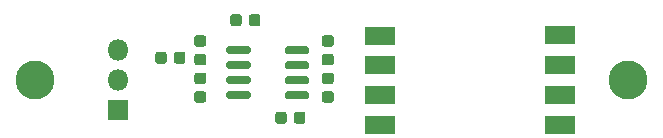
<source format=gbr>
%TF.GenerationSoftware,KiCad,Pcbnew,(5.1.6)-1*%
%TF.CreationDate,2020-09-14T19:28:27+02:00*%
%TF.ProjectId,vacuumSensor,76616375-756d-4536-956e-736f722e6b69,rev?*%
%TF.SameCoordinates,Original*%
%TF.FileFunction,Soldermask,Top*%
%TF.FilePolarity,Negative*%
%FSLAX46Y46*%
G04 Gerber Fmt 4.6, Leading zero omitted, Abs format (unit mm)*
G04 Created by KiCad (PCBNEW (5.1.6)-1) date 2020-09-14 19:28:27*
%MOMM*%
%LPD*%
G01*
G04 APERTURE LIST*
%ADD10C,3.300000*%
%ADD11O,1.800000X1.800000*%
%ADD12R,1.800000X1.800000*%
%ADD13R,2.600000X1.600000*%
G04 APERTURE END LIST*
D10*
%TO.C,H2*%
X152400000Y-96520000D03*
%TD*%
%TO.C,H1*%
X102235000Y-96520000D03*
%TD*%
D11*
%TO.C,J1*%
X109220000Y-93980000D03*
X109220000Y-96520000D03*
D12*
X109220000Y-99060000D03*
%TD*%
%TO.C,U2*%
G36*
G01*
X120470000Y-97615000D02*
X120470000Y-97965000D01*
G75*
G02*
X120295000Y-98140000I-175000J0D01*
G01*
X118595000Y-98140000D01*
G75*
G02*
X118420000Y-97965000I0J175000D01*
G01*
X118420000Y-97615000D01*
G75*
G02*
X118595000Y-97440000I175000J0D01*
G01*
X120295000Y-97440000D01*
G75*
G02*
X120470000Y-97615000I0J-175000D01*
G01*
G37*
G36*
G01*
X120470000Y-96345000D02*
X120470000Y-96695000D01*
G75*
G02*
X120295000Y-96870000I-175000J0D01*
G01*
X118595000Y-96870000D01*
G75*
G02*
X118420000Y-96695000I0J175000D01*
G01*
X118420000Y-96345000D01*
G75*
G02*
X118595000Y-96170000I175000J0D01*
G01*
X120295000Y-96170000D01*
G75*
G02*
X120470000Y-96345000I0J-175000D01*
G01*
G37*
G36*
G01*
X120470000Y-95075000D02*
X120470000Y-95425000D01*
G75*
G02*
X120295000Y-95600000I-175000J0D01*
G01*
X118595000Y-95600000D01*
G75*
G02*
X118420000Y-95425000I0J175000D01*
G01*
X118420000Y-95075000D01*
G75*
G02*
X118595000Y-94900000I175000J0D01*
G01*
X120295000Y-94900000D01*
G75*
G02*
X120470000Y-95075000I0J-175000D01*
G01*
G37*
G36*
G01*
X120470000Y-93805000D02*
X120470000Y-94155000D01*
G75*
G02*
X120295000Y-94330000I-175000J0D01*
G01*
X118595000Y-94330000D01*
G75*
G02*
X118420000Y-94155000I0J175000D01*
G01*
X118420000Y-93805000D01*
G75*
G02*
X118595000Y-93630000I175000J0D01*
G01*
X120295000Y-93630000D01*
G75*
G02*
X120470000Y-93805000I0J-175000D01*
G01*
G37*
G36*
G01*
X125420000Y-93805000D02*
X125420000Y-94155000D01*
G75*
G02*
X125245000Y-94330000I-175000J0D01*
G01*
X123545000Y-94330000D01*
G75*
G02*
X123370000Y-94155000I0J175000D01*
G01*
X123370000Y-93805000D01*
G75*
G02*
X123545000Y-93630000I175000J0D01*
G01*
X125245000Y-93630000D01*
G75*
G02*
X125420000Y-93805000I0J-175000D01*
G01*
G37*
G36*
G01*
X125420000Y-95075000D02*
X125420000Y-95425000D01*
G75*
G02*
X125245000Y-95600000I-175000J0D01*
G01*
X123545000Y-95600000D01*
G75*
G02*
X123370000Y-95425000I0J175000D01*
G01*
X123370000Y-95075000D01*
G75*
G02*
X123545000Y-94900000I175000J0D01*
G01*
X125245000Y-94900000D01*
G75*
G02*
X125420000Y-95075000I0J-175000D01*
G01*
G37*
G36*
G01*
X125420000Y-96345000D02*
X125420000Y-96695000D01*
G75*
G02*
X125245000Y-96870000I-175000J0D01*
G01*
X123545000Y-96870000D01*
G75*
G02*
X123370000Y-96695000I0J175000D01*
G01*
X123370000Y-96345000D01*
G75*
G02*
X123545000Y-96170000I175000J0D01*
G01*
X125245000Y-96170000D01*
G75*
G02*
X125420000Y-96345000I0J-175000D01*
G01*
G37*
G36*
G01*
X125420000Y-97615000D02*
X125420000Y-97965000D01*
G75*
G02*
X125245000Y-98140000I-175000J0D01*
G01*
X123545000Y-98140000D01*
G75*
G02*
X123370000Y-97965000I0J175000D01*
G01*
X123370000Y-97615000D01*
G75*
G02*
X123545000Y-97440000I175000J0D01*
G01*
X125245000Y-97440000D01*
G75*
G02*
X125420000Y-97615000I0J-175000D01*
G01*
G37*
%TD*%
%TO.C,R6*%
G36*
G01*
X113365000Y-94333750D02*
X113365000Y-94896250D01*
G75*
G02*
X113121250Y-95140000I-243750J0D01*
G01*
X112633750Y-95140000D01*
G75*
G02*
X112390000Y-94896250I0J243750D01*
G01*
X112390000Y-94333750D01*
G75*
G02*
X112633750Y-94090000I243750J0D01*
G01*
X113121250Y-94090000D01*
G75*
G02*
X113365000Y-94333750I0J-243750D01*
G01*
G37*
G36*
G01*
X114940000Y-94333750D02*
X114940000Y-94896250D01*
G75*
G02*
X114696250Y-95140000I-243750J0D01*
G01*
X114208750Y-95140000D01*
G75*
G02*
X113965000Y-94896250I0J243750D01*
G01*
X113965000Y-94333750D01*
G75*
G02*
X114208750Y-94090000I243750J0D01*
G01*
X114696250Y-94090000D01*
G75*
G02*
X114940000Y-94333750I0J-243750D01*
G01*
G37*
%TD*%
%TO.C,R5*%
G36*
G01*
X116486250Y-93680000D02*
X115923750Y-93680000D01*
G75*
G02*
X115680000Y-93436250I0J243750D01*
G01*
X115680000Y-92948750D01*
G75*
G02*
X115923750Y-92705000I243750J0D01*
G01*
X116486250Y-92705000D01*
G75*
G02*
X116730000Y-92948750I0J-243750D01*
G01*
X116730000Y-93436250D01*
G75*
G02*
X116486250Y-93680000I-243750J0D01*
G01*
G37*
G36*
G01*
X116486250Y-95255000D02*
X115923750Y-95255000D01*
G75*
G02*
X115680000Y-95011250I0J243750D01*
G01*
X115680000Y-94523750D01*
G75*
G02*
X115923750Y-94280000I243750J0D01*
G01*
X116486250Y-94280000D01*
G75*
G02*
X116730000Y-94523750I0J-243750D01*
G01*
X116730000Y-95011250D01*
G75*
G02*
X116486250Y-95255000I-243750J0D01*
G01*
G37*
%TD*%
%TO.C,R4*%
G36*
G01*
X120315000Y-91721250D02*
X120315000Y-91158750D01*
G75*
G02*
X120558750Y-90915000I243750J0D01*
G01*
X121046250Y-90915000D01*
G75*
G02*
X121290000Y-91158750I0J-243750D01*
G01*
X121290000Y-91721250D01*
G75*
G02*
X121046250Y-91965000I-243750J0D01*
G01*
X120558750Y-91965000D01*
G75*
G02*
X120315000Y-91721250I0J243750D01*
G01*
G37*
G36*
G01*
X118740000Y-91721250D02*
X118740000Y-91158750D01*
G75*
G02*
X118983750Y-90915000I243750J0D01*
G01*
X119471250Y-90915000D01*
G75*
G02*
X119715000Y-91158750I0J-243750D01*
G01*
X119715000Y-91721250D01*
G75*
G02*
X119471250Y-91965000I-243750J0D01*
G01*
X118983750Y-91965000D01*
G75*
G02*
X118740000Y-91721250I0J243750D01*
G01*
G37*
%TD*%
%TO.C,R3*%
G36*
G01*
X123525000Y-99413750D02*
X123525000Y-99976250D01*
G75*
G02*
X123281250Y-100220000I-243750J0D01*
G01*
X122793750Y-100220000D01*
G75*
G02*
X122550000Y-99976250I0J243750D01*
G01*
X122550000Y-99413750D01*
G75*
G02*
X122793750Y-99170000I243750J0D01*
G01*
X123281250Y-99170000D01*
G75*
G02*
X123525000Y-99413750I0J-243750D01*
G01*
G37*
G36*
G01*
X125100000Y-99413750D02*
X125100000Y-99976250D01*
G75*
G02*
X124856250Y-100220000I-243750J0D01*
G01*
X124368750Y-100220000D01*
G75*
G02*
X124125000Y-99976250I0J243750D01*
G01*
X124125000Y-99413750D01*
G75*
G02*
X124368750Y-99170000I243750J0D01*
G01*
X124856250Y-99170000D01*
G75*
G02*
X125100000Y-99413750I0J-243750D01*
G01*
G37*
%TD*%
%TO.C,R2*%
G36*
G01*
X127281250Y-96855000D02*
X126718750Y-96855000D01*
G75*
G02*
X126475000Y-96611250I0J243750D01*
G01*
X126475000Y-96123750D01*
G75*
G02*
X126718750Y-95880000I243750J0D01*
G01*
X127281250Y-95880000D01*
G75*
G02*
X127525000Y-96123750I0J-243750D01*
G01*
X127525000Y-96611250D01*
G75*
G02*
X127281250Y-96855000I-243750J0D01*
G01*
G37*
G36*
G01*
X127281250Y-98430000D02*
X126718750Y-98430000D01*
G75*
G02*
X126475000Y-98186250I0J243750D01*
G01*
X126475000Y-97698750D01*
G75*
G02*
X126718750Y-97455000I243750J0D01*
G01*
X127281250Y-97455000D01*
G75*
G02*
X127525000Y-97698750I0J-243750D01*
G01*
X127525000Y-98186250D01*
G75*
G02*
X127281250Y-98430000I-243750J0D01*
G01*
G37*
%TD*%
%TO.C,R1*%
G36*
G01*
X127281250Y-93680000D02*
X126718750Y-93680000D01*
G75*
G02*
X126475000Y-93436250I0J243750D01*
G01*
X126475000Y-92948750D01*
G75*
G02*
X126718750Y-92705000I243750J0D01*
G01*
X127281250Y-92705000D01*
G75*
G02*
X127525000Y-92948750I0J-243750D01*
G01*
X127525000Y-93436250D01*
G75*
G02*
X127281250Y-93680000I-243750J0D01*
G01*
G37*
G36*
G01*
X127281250Y-95255000D02*
X126718750Y-95255000D01*
G75*
G02*
X126475000Y-95011250I0J243750D01*
G01*
X126475000Y-94523750D01*
G75*
G02*
X126718750Y-94280000I243750J0D01*
G01*
X127281250Y-94280000D01*
G75*
G02*
X127525000Y-94523750I0J-243750D01*
G01*
X127525000Y-95011250D01*
G75*
G02*
X127281250Y-95255000I-243750J0D01*
G01*
G37*
%TD*%
%TO.C,C1*%
G36*
G01*
X116486250Y-96855000D02*
X115923750Y-96855000D01*
G75*
G02*
X115680000Y-96611250I0J243750D01*
G01*
X115680000Y-96123750D01*
G75*
G02*
X115923750Y-95880000I243750J0D01*
G01*
X116486250Y-95880000D01*
G75*
G02*
X116730000Y-96123750I0J-243750D01*
G01*
X116730000Y-96611250D01*
G75*
G02*
X116486250Y-96855000I-243750J0D01*
G01*
G37*
G36*
G01*
X116486250Y-98430000D02*
X115923750Y-98430000D01*
G75*
G02*
X115680000Y-98186250I0J243750D01*
G01*
X115680000Y-97698750D01*
G75*
G02*
X115923750Y-97455000I243750J0D01*
G01*
X116486250Y-97455000D01*
G75*
G02*
X116730000Y-97698750I0J-243750D01*
G01*
X116730000Y-98186250D01*
G75*
G02*
X116486250Y-98430000I-243750J0D01*
G01*
G37*
%TD*%
D13*
%TO.C,U1*%
X146685000Y-92710000D03*
X146685000Y-95250000D03*
X146685000Y-97790000D03*
X146685000Y-100330000D03*
X131445000Y-100330000D03*
X131445000Y-97790000D03*
X131445000Y-95250000D03*
X131445000Y-92735400D03*
%TD*%
M02*

</source>
